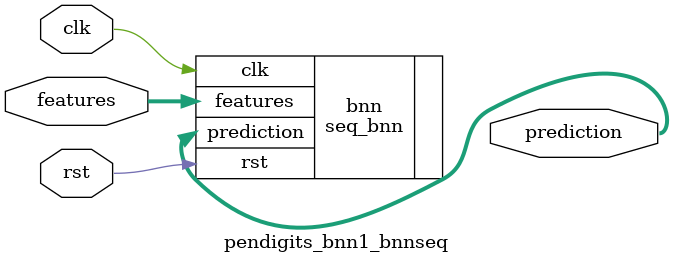
<source format=v>













module pendigits_bnn1_bnnseq #(

parameter FEAT_CNT = 16,
parameter HIDDEN_CNT = 40,
parameter FEAT_BITS = 4,
parameter CLASS_CNT = 10,
parameter TEST_CNT = 1000


  ) (
  input clk,
  input rst,
  input [FEAT_CNT*FEAT_BITS-1:0] features,
  output [$clog2(CLASS_CNT)-1:0] prediction
  );

  localparam Weights0 = 640'b0001000011111110110111111111000000010111110001101101011010000000001100111000010100010010101011010001010101000100000101000101101111100011110100100110101011001010011010110011010011110001111010111111001000111101100011110001000111010100011100011011110000011001011010010000101111111011001110000000100100101101110001001111101011101011010000010010111010011111011011001001110001111001101111011110010101010011010100110100010000001110111110000000101011001100001110001010110010110110010100010011000000001010011110110101100000110111100000100001111000100111100100101100111001101100001100011110110000100110111100010000001000101110001101111001101010011110 ;
  localparam Weights1 = 400'b1000001001011000001111101001101100001110001111001010000101111101010001111111000101111100001100010101000001100011101000110111111101010100011110011110101101101010110100000100000110101110001101100001000100001011111111100000010110110100110100100001000011110110000000101111000000001110011011100010000111100001101000101011101000000000000011110011011101011110110111100000110001101000011011011111010000010000 ;

  seq_bnn #(.FEAT_CNT(FEAT_CNT),.FEAT_BITS(FEAT_BITS),.HIDDEN_CNT(HIDDEN_CNT),.CLASS_CNT(CLASS_CNT),.Weights0(Weights0),.Weights1(Weights1)) bnn (
    .clk(clk),
    .rst(rst),
    .features(features),
    .prediction(prediction)
  );

endmodule

</source>
